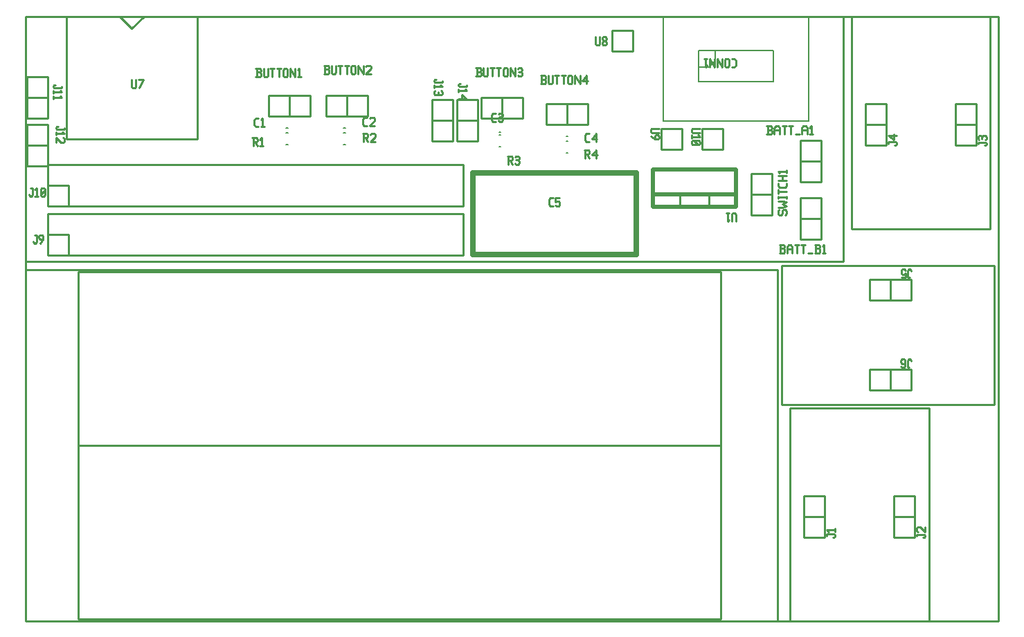
<source format=gbr>
G04 start of page 14 for group -4079 idx -4079 *
G04 Title: (unknown), topsilk *
G04 Creator: pcb 20140316 *
G04 CreationDate: Tue 28 Aug 2018 04:48:26 PM GMT UTC *
G04 For: cwispell *
G04 Format: Gerber/RS-274X *
G04 PCB-Dimensions (mil): 4685.04 2913.39 *
G04 PCB-Coordinate-Origin: lower left *
%MOIN*%
%FSLAX25Y25*%
%LNTOPSILK*%
%ADD170C,0.0250*%
%ADD169C,0.0080*%
%ADD168C,0.0200*%
%ADD167C,0.0100*%
G54D167*X368110Y102362D02*Y0D01*
X435039Y102362D02*Y0D01*
X368110Y102362D02*X435039D01*
X364173Y171260D02*Y104331D01*
X368110Y0D02*X435039D01*
X393701Y173228D02*Y291339D01*
X397638D02*Y188976D01*
X464567D01*
Y291339D02*Y188976D01*
X397638Y291339D02*X464567D01*
X364173Y104331D02*X466535D01*
Y171260D02*Y104331D01*
X364173Y171260D02*X466535D01*
X0Y173228D02*X393701D01*
Y291339D02*X0D01*
Y169291D02*X362205D01*
X0Y291339D02*Y173228D01*
Y0D02*Y291339D01*
Y0D02*X362205D01*
X0Y169291D02*Y0D01*
X334646Y168307D02*Y984D01*
X25591Y168307D02*X334646D01*
X25591D02*Y984D01*
X468504Y0D02*X0D01*
X362205Y169291D02*Y0D01*
X25591Y84646D02*X334646D01*
X25591Y984D02*X334646D01*
X0Y291339D02*X468504D01*
Y0D01*
X359331Y215630D02*Y195630D01*
X349331Y215630D02*X359331D01*
X349331D02*Y195630D01*
X359331D01*
X349331Y205630D02*X359331D01*
X349331D02*Y195630D01*
G54D168*X301969Y199496D02*X341969D01*
X301969Y217496D02*Y199496D01*
Y217496D02*X341969D01*
Y199496D01*
X301969D02*X341969D01*
X301969Y205496D02*Y199496D01*
Y205496D02*X341969D01*
Y199496D01*
G54D167*X328969Y205496D02*Y199496D01*
X314969Y205496D02*Y199496D01*
G54D169*X260434Y233465D02*X261220D01*
X260434Y238975D02*X261220D01*
X260434Y225591D02*X261220D01*
X260434Y231101D02*X261220D01*
G54D167*X250906Y239094D02*X270906D01*
Y249094D02*Y239094D01*
X250906Y249094D02*X270906D01*
X250906D02*Y239094D01*
X260906Y249094D02*Y239094D01*
X250906Y249094D02*X260906D01*
X382953Y231535D02*Y211535D01*
X372953Y231535D02*X382953D01*
X372953D02*Y211535D01*
X382953D01*
X372953Y221535D02*X382953D01*
X372953D02*Y211535D01*
X457756Y249094D02*Y229094D01*
X447756Y249094D02*X457756D01*
X447756D02*Y229094D01*
X457756D01*
X447756Y239094D02*X457756D01*
X447756D02*Y229094D01*
X414449Y249252D02*Y229252D01*
X404449Y249252D02*X414449D01*
X404449D02*Y229252D01*
X414449D01*
X404449Y239252D02*X414449D01*
X404449D02*Y229252D01*
X282402Y284528D02*Y274528D01*
X292402D01*
Y284528D01*
X282402D01*
Y274528D02*X292402D01*
Y284528D01*
X325709Y237283D02*Y227283D01*
X335709D01*
Y237283D01*
X325709D01*
Y227283D02*X335709D01*
Y237283D01*
X306024D02*Y227283D01*
X316024D01*
Y237283D01*
X306024D01*
Y227283D02*X316024D01*
Y237283D01*
G54D169*X323946Y259939D02*X359946D01*
X323946Y274939D02*Y259939D01*
Y274939D02*X359946D01*
Y259939D01*
X331946Y274939D02*Y269939D01*
X328946Y266939D01*
X323946D02*X328946D01*
X306946Y290939D02*X376946D01*
X306946D02*Y240939D01*
X376946D01*
Y290939D02*Y240939D01*
G54D170*X215276Y215906D02*Y176535D01*
Y215906D02*X294016D01*
Y176535D01*
X215276D01*
G54D169*X227953Y240944D02*X228739D01*
X227953Y235434D02*X228739D01*
X227953Y234054D02*X228739D01*
X227953Y228544D02*X228739D01*
G54D167*X219409Y252047D02*X239409D01*
X219409D02*Y242047D01*
X239409D01*
Y252047D02*Y242047D01*
X229409Y252047D02*Y242047D01*
X239409D01*
X195787Y251063D02*Y231063D01*
X205787D01*
Y251063D01*
X195787D01*
Y241063D02*X205787D01*
Y251063D01*
X207598D02*Y231063D01*
X217598D01*
Y251063D01*
X207598D01*
Y241063D02*X217598D01*
Y251063D01*
G54D169*X153150Y237402D02*X153936D01*
X153150Y242912D02*X153936D01*
X125591D02*X126377D01*
X125591Y237402D02*X126377D01*
X153150Y229528D02*X153936D01*
X153150Y235038D02*X153936D01*
X125591D02*X126377D01*
X125591Y229528D02*X126377D01*
G54D167*X906Y239252D02*Y219252D01*
X10906D01*
Y239252D01*
X906D01*
Y229252D02*X10906D01*
Y239252D01*
X10748Y199724D02*X210748D01*
Y219724D02*Y199724D01*
X10748Y219724D02*X210748D01*
X10748D02*Y199724D01*
X20748Y209724D02*Y199724D01*
X10748Y209724D02*X20748D01*
X10748Y176102D02*X210748D01*
Y196102D02*Y176102D01*
X10748Y196102D02*X210748D01*
X10748D02*Y176102D01*
X20748Y186102D02*Y176102D01*
X10748Y186102D02*X20748D01*
X144606Y243031D02*X164606D01*
Y253031D02*Y243031D01*
X144606Y253031D02*X164606D01*
X144606D02*Y243031D01*
X154606Y253031D02*Y243031D01*
X144606Y253031D02*X154606D01*
X19685Y291339D02*Y232283D01*
X82677D01*
Y291339D01*
X19685D01*
X51181Y285433D02*X57087Y291339D01*
X51181Y285433D02*X45276Y291339D01*
X117047Y253031D02*X137047D01*
X117047D02*Y243031D01*
X137047D01*
Y253031D02*Y243031D01*
X127047Y253031D02*Y243031D01*
X137047D01*
X906Y262047D02*Y242047D01*
X10906D01*
Y262047D01*
X906D01*
Y252047D02*X10906D01*
Y262047D01*
X382953Y203976D02*Y183976D01*
X372953Y203976D02*X382953D01*
X372953D02*Y183976D01*
X382953D01*
X372953Y193976D02*X382953D01*
X372953D02*Y183976D01*
X406417Y164449D02*X426417D01*
X406417D02*Y154449D01*
X426417D01*
Y164449D02*Y154449D01*
X416417Y164449D02*Y154449D01*
X426417D01*
X406260Y121142D02*X426260D01*
X406260D02*Y111142D01*
X426260D01*
Y121142D02*Y111142D01*
X416260Y121142D02*Y111142D01*
X426260D01*
X428228Y60118D02*Y40118D01*
X418228Y60118D02*X428228D01*
X418228D02*Y40118D01*
X428228D01*
X418228Y50118D02*X428228D01*
X418228D02*Y40118D01*
X384921Y60276D02*Y40276D01*
X374921Y60276D02*X384921D01*
X374921D02*Y40276D01*
X384921D01*
X374921Y50276D02*X384921D01*
X374921D02*Y40276D01*
X252669Y199724D02*X253969D01*
X251969Y200424D02*X252669Y199724D01*
X251969Y203024D02*Y200424D01*
Y203024D02*X252669Y203724D01*
X253969D01*
X255169D02*X257169D01*
X255169D02*Y201724D01*
X255669Y202224D01*
X256669D01*
X257169Y201724D01*
Y200224D01*
X256669Y199724D02*X257169Y200224D01*
X255669Y199724D02*X256669D01*
X255169Y200224D02*X255669Y199724D01*
X270107Y230748D02*X271407D01*
X269407Y231448D02*X270107Y230748D01*
X269407Y234048D02*Y231448D01*
Y234048D02*X270107Y234748D01*
X271407D01*
X272607Y232248D02*X274607Y234748D01*
X272607Y232248D02*X275107D01*
X274607Y234748D02*Y230748D01*
X269092Y226874D02*X271092D01*
X271592Y226374D01*
Y225374D01*
X271092Y224874D02*X271592Y225374D01*
X269592Y224874D02*X271092D01*
X269592Y226874D02*Y222874D01*
X270392Y224874D02*X271592Y222874D01*
X272792Y224374D02*X274792Y226874D01*
X272792Y224374D02*X275292D01*
X274792Y226874D02*Y222874D01*
X247953Y258701D02*X249953D01*
X250453Y259201D01*
Y260401D02*Y259201D01*
X249953Y260901D02*X250453Y260401D01*
X248453Y260901D02*X249953D01*
X248453Y262701D02*Y258701D01*
X247953Y262701D02*X249953D01*
X250453Y262201D01*
Y261401D01*
X249953Y260901D02*X250453Y261401D01*
X251653Y262701D02*Y259201D01*
X252153Y258701D01*
X253153D01*
X253653Y259201D01*
Y262701D02*Y259201D01*
X254853Y262701D02*X256853D01*
X255853D02*Y258701D01*
X258053Y262701D02*X260053D01*
X259053D02*Y258701D01*
X261253Y262201D02*Y259201D01*
Y262201D02*X261753Y262701D01*
X262753D01*
X263253Y262201D01*
Y259201D01*
X262753Y258701D02*X263253Y259201D01*
X261753Y258701D02*X262753D01*
X261253Y259201D02*X261753Y258701D01*
X264453Y262701D02*Y258701D01*
Y262701D02*X266953Y258701D01*
Y262701D02*Y258701D01*
X268153Y260201D02*X270153Y262701D01*
X268153Y260201D02*X270653D01*
X270153Y262701D02*Y258701D01*
X225109Y240591D02*X226409D01*
X224409Y241291D02*X225109Y240591D01*
X224409Y243891D02*Y241291D01*
Y243891D02*X225109Y244591D01*
X226409D01*
X227609Y244091D02*X228109Y244591D01*
X229109D01*
X229609Y244091D01*
X229109Y240591D02*X229609Y241091D01*
X228109Y240591D02*X229109D01*
X227609Y241091D02*X228109Y240591D01*
Y242791D02*X229109D01*
X229609Y244091D02*Y243291D01*
Y242291D02*Y241091D01*
Y242291D02*X229109Y242791D01*
X229609Y243291D02*X229109Y242791D01*
X231968Y223922D02*X233968D01*
X234468Y223422D01*
Y222422D01*
X233968Y221922D02*X234468Y222422D01*
X232468Y221922D02*X233968D01*
X232468Y223922D02*Y219922D01*
X233268Y221922D02*X234468Y219922D01*
X235668Y223422D02*X236168Y223922D01*
X237168D01*
X237668Y223422D01*
X237168Y219922D02*X237668Y220422D01*
X236168Y219922D02*X237168D01*
X235668Y220422D02*X236168Y219922D01*
Y222122D02*X237168D01*
X237668Y223422D02*Y222622D01*
Y221622D02*Y220422D01*
Y221622D02*X237168Y222122D01*
X237668Y222622D02*X237168Y222122D01*
X362299Y197630D02*X362799Y198130D01*
X362299Y197630D02*Y196130D01*
X362799Y195630D02*X362299Y196130D01*
X362799Y195630D02*X363799D01*
X364299Y196130D01*
Y197630D02*Y196130D01*
Y197630D02*X364799Y198130D01*
X365799D01*
X366299Y197630D02*X365799Y198130D01*
X366299Y197630D02*Y196130D01*
X365799Y195630D02*X366299Y196130D01*
X362299Y199330D02*X364299D01*
X366299Y199830D01*
X364299Y200830D01*
X366299Y201830D01*
X364299Y202330D01*
X362299D02*X364299D01*
X362299Y204530D02*Y203530D01*
Y204030D02*X366299D01*
Y204530D02*Y203530D01*
X362299Y207730D02*Y205730D01*
Y206730D02*X366299D01*
Y210930D02*Y209630D01*
X365599Y208930D02*X366299Y209630D01*
X362999Y208930D02*X365599D01*
X362999D02*X362299Y209630D01*
Y210930D02*Y209630D01*
Y212130D02*X366299D01*
X362299Y214630D02*X366299D01*
X364299D02*Y212130D01*
X363099Y215830D02*X362299Y216630D01*
X366299D01*
Y217330D02*Y215830D01*
X362953Y177165D02*X364953D01*
X365453Y177665D01*
Y178865D02*Y177665D01*
X364953Y179365D02*X365453Y178865D01*
X363453Y179365D02*X364953D01*
X363453Y181165D02*Y177165D01*
X362953Y181165D02*X364953D01*
X365453Y180665D01*
Y179865D01*
X364953Y179365D02*X365453Y179865D01*
X366653Y180165D02*Y177165D01*
Y180165D02*X367353Y181165D01*
X368453D01*
X369153Y180165D01*
Y177165D01*
X366653Y179165D02*X369153D01*
X370353Y181165D02*X372353D01*
X371353D02*Y177165D01*
X373553Y181165D02*X375553D01*
X374553D02*Y177165D01*
X376753D02*X378753D01*
X379953D02*X381953D01*
X382453Y177665D01*
Y178865D02*Y177665D01*
X381953Y179365D02*X382453Y178865D01*
X380453Y179365D02*X381953D01*
X380453Y181165D02*Y177165D01*
X379953Y181165D02*X381953D01*
X382453Y180665D01*
Y179865D01*
X381953Y179365D02*X382453Y179865D01*
X383653Y180365D02*X384453Y181165D01*
Y177165D01*
X383653D02*X385153D01*
X356890Y234409D02*X358890D01*
X359390Y234909D01*
Y236109D02*Y234909D01*
X358890Y236609D02*X359390Y236109D01*
X357390Y236609D02*X358890D01*
X357390Y238409D02*Y234409D01*
X356890Y238409D02*X358890D01*
X359390Y237909D01*
Y237109D01*
X358890Y236609D02*X359390Y237109D01*
X360590Y237409D02*Y234409D01*
Y237409D02*X361290Y238409D01*
X362390D01*
X363090Y237409D01*
Y234409D01*
X360590Y236409D02*X363090D01*
X364290Y238409D02*X366290D01*
X365290D02*Y234409D01*
X367490Y238409D02*X369490D01*
X368490D02*Y234409D01*
X370690D02*X372690D01*
X373890Y237409D02*Y234409D01*
Y237409D02*X374590Y238409D01*
X375690D01*
X376390Y237409D01*
Y234409D01*
X373890Y236409D02*X376390D01*
X377590Y237609D02*X378390Y238409D01*
Y234409D01*
X377590D02*X379090D01*
X216811Y262362D02*X218811D01*
X219311Y262862D01*
Y264062D02*Y262862D01*
X218811Y264562D02*X219311Y264062D01*
X217311Y264562D02*X218811D01*
X217311Y266362D02*Y262362D01*
X216811Y266362D02*X218811D01*
X219311Y265862D01*
Y265062D01*
X218811Y264562D02*X219311Y265062D01*
X220511Y266362D02*Y262862D01*
X221011Y262362D01*
X222011D01*
X222511Y262862D01*
Y266362D02*Y262862D01*
X223711Y266362D02*X225711D01*
X224711D02*Y262362D01*
X226911Y266362D02*X228911D01*
X227911D02*Y262362D01*
X230111Y265862D02*Y262862D01*
Y265862D02*X230611Y266362D01*
X231611D01*
X232111Y265862D01*
Y262862D01*
X231611Y262362D02*X232111Y262862D01*
X230611Y262362D02*X231611D01*
X230111Y262862D02*X230611Y262362D01*
X233311Y266362D02*Y262362D01*
Y266362D02*X235811Y262362D01*
Y266362D02*Y262362D01*
X237011Y265862D02*X237511Y266362D01*
X238511D01*
X239011Y265862D01*
X238511Y262362D02*X239011Y262862D01*
X237511Y262362D02*X238511D01*
X237011Y262862D02*X237511Y262362D01*
Y264562D02*X238511D01*
X239011Y265862D02*Y265062D01*
Y264062D02*Y262862D01*
Y264062D02*X238511Y264562D01*
X239011Y265062D02*X238511Y264562D01*
X200693Y260206D02*Y259406D01*
X197193D02*X200693D01*
X196693Y259906D02*X197193Y259406D01*
X196693Y260406D02*Y259906D01*
X197193Y260906D02*X196693Y260406D01*
X197193Y260906D02*X197693D01*
X199893Y258206D02*X200693Y257406D01*
X196693D02*X200693D01*
X196693Y258206D02*Y256706D01*
X200193Y255506D02*X200693Y255006D01*
Y254006D01*
X200193Y253506D01*
X196693Y254006D02*X197193Y253506D01*
X196693Y255006D02*Y254006D01*
X197193Y255506D02*X196693Y255006D01*
X198893D02*Y254006D01*
X199393Y253506D02*X200193D01*
X197193D02*X198393D01*
X198893Y254006D01*
X199393Y253506D02*X198893Y254006D01*
X212504Y258237D02*Y257437D01*
X209004D02*X212504D01*
X208504Y257937D02*X209004Y257437D01*
X208504Y258437D02*Y257937D01*
X209004Y258937D02*X208504Y258437D01*
X209004Y258937D02*X209504D01*
X211704Y256237D02*X212504Y255437D01*
X208504D02*X212504D01*
X208504Y256237D02*Y254737D01*
X210004Y253537D02*X212504Y251537D01*
X210004Y253537D02*Y251037D01*
X208504Y251537D02*X212504D01*
X162362Y234748D02*X164362D01*
X164862Y234248D01*
Y233248D01*
X164362Y232748D02*X164862Y233248D01*
X162862Y232748D02*X164362D01*
X162862Y234748D02*Y230748D01*
X163662Y232748D02*X164862Y230748D01*
X166062Y234248D02*X166562Y234748D01*
X168062D01*
X168562Y234248D01*
Y233248D01*
X166062Y230748D02*X168562Y233248D01*
X166062Y230748D02*X168562D01*
X109094Y232780D02*X111094D01*
X111594Y232280D01*
Y231280D01*
X111094Y230780D02*X111594Y231280D01*
X109594Y230780D02*X111094D01*
X109594Y232780D02*Y228780D01*
X110394Y230780D02*X111594Y228780D01*
X112794Y231980D02*X113594Y232780D01*
Y228780D01*
X112794D02*X114294D01*
X321209Y237283D02*X324709D01*
X321209D02*X320709Y236783D01*
Y235783D01*
X321209Y235283D01*
X324709D01*
X323909Y234083D02*X324709Y233283D01*
X320709D02*X324709D01*
X320709Y234083D02*Y232583D01*
X321209Y231383D02*X320709Y230883D01*
X321209Y231383D02*X324209D01*
X324709Y230883D01*
Y229883D01*
X324209Y229383D01*
X321209D02*X324209D01*
X320709Y229883D02*X321209Y229383D01*
X320709Y230883D02*Y229883D01*
X321709Y231383D02*X323709Y229383D01*
X301524Y237283D02*X305024D01*
X301524D02*X301024Y236783D01*
Y235783D01*
X301524Y235283D01*
X305024D01*
X301024Y233583D02*X303024Y232083D01*
X304524D01*
X305024Y232583D02*X304524Y232083D01*
X305024Y233583D02*Y232583D01*
X304524Y234083D02*X305024Y233583D01*
X303524Y234083D02*X304524D01*
X303524D02*X303024Y233583D01*
Y232083D01*
X458756Y230594D02*Y229794D01*
Y230594D02*X462256D01*
X462756Y230094D02*X462256Y230594D01*
X462756Y230094D02*Y229594D01*
X462256Y229094D02*X462756Y229594D01*
X461756Y229094D02*X462256D01*
X459256Y231794D02*X458756Y232294D01*
Y233294D02*Y232294D01*
Y233294D02*X459256Y233794D01*
X462756Y233294D02*X462256Y233794D01*
X462756Y233294D02*Y232294D01*
X462256Y231794D02*X462756Y232294D01*
X460556Y233294D02*Y232294D01*
X459256Y233794D02*X460056D01*
X461056D02*X462256D01*
X461056D02*X460556Y233294D01*
X460056Y233794D02*X460556Y233294D01*
X415449Y230752D02*Y229952D01*
Y230752D02*X418949D01*
X419449Y230252D02*X418949Y230752D01*
X419449Y230252D02*Y229752D01*
X418949Y229252D02*X419449Y229752D01*
X418449Y229252D02*X418949D01*
X417949Y231952D02*X415449Y233952D01*
X417949Y234452D02*Y231952D01*
X415449Y233952D02*X419449D01*
X274528Y281402D02*Y277902D01*
X275028Y277402D01*
X276028D01*
X276528Y277902D01*
Y281402D02*Y277902D01*
X277728D02*X278228Y277402D01*
X277728Y278702D02*Y277902D01*
Y278702D02*X278428Y279402D01*
X279028D01*
X279728Y278702D01*
Y277902D01*
X279228Y277402D02*X279728Y277902D01*
X278228Y277402D02*X279228D01*
X277728Y280102D02*X278428Y279402D01*
X277728Y280902D02*Y280102D01*
Y280902D02*X278228Y281402D01*
X279228D01*
X279728Y280902D01*
Y280102D01*
X279028Y279402D02*X279728Y280102D01*
X339946Y270939D02*X341246D01*
X341946Y270239D02*X341246Y270939D01*
X341946Y270239D02*Y267639D01*
X341246Y266939D01*
X339946D02*X341246D01*
X338746Y270439D02*Y267439D01*
X338246Y266939D01*
X337246D02*X338246D01*
X337246D02*X336746Y267439D01*
Y270439D02*Y267439D01*
X337246Y270939D02*X336746Y270439D01*
X337246Y270939D02*X338246D01*
X338746Y270439D02*X338246Y270939D01*
X335546D02*Y266939D01*
X333046Y270939D01*
Y266939D01*
X331846Y270939D02*Y266939D01*
X329346Y270939D01*
Y266939D01*
X328146Y267739D02*X327346Y266939D01*
Y270939D02*Y266939D01*
X326646Y270939D02*X328146D01*
X341969Y195996D02*Y192496D01*
Y195996D02*X341469Y196496D01*
X340469D02*X341469D01*
X340469D02*X339969Y195996D01*
Y192496D01*
X338768Y193296D02*X337968Y192496D01*
Y196496D02*Y192496D01*
X337268Y196496D02*X338768D01*
X424917Y165449D02*X425717D01*
X424917Y168949D02*Y165449D01*
X425417Y169449D02*X424917Y168949D01*
X425417Y169449D02*X425917D01*
X426417Y168949D02*X425917Y169449D01*
X426417Y168949D02*Y168449D01*
X421717Y165449D02*X423717D01*
Y167449D02*Y165449D01*
Y167449D02*X423217Y166949D01*
X422217D02*X423217D01*
X422217D02*X421717Y167449D01*
Y168949D02*Y167449D01*
X422217Y169449D02*X421717Y168949D01*
X422217Y169449D02*X423217D01*
X423717Y168949D02*X423217Y169449D01*
X163139Y238622D02*X164439D01*
X162439Y239322D02*X163139Y238622D01*
X162439Y241922D02*Y239322D01*
Y241922D02*X163139Y242622D01*
X164439D01*
X165639Y242122D02*X166139Y242622D01*
X167639D01*
X168139Y242122D01*
Y241122D01*
X165639Y238622D02*X168139Y241122D01*
X165639Y238622D02*X168139D01*
X110935Y238307D02*X112235D01*
X110235Y239007D02*X110935Y238307D01*
X110235Y241607D02*Y239007D01*
Y241607D02*X110935Y242307D01*
X112235D01*
X113435Y241507D02*X114235Y242307D01*
Y238307D01*
X113435D02*X114935D01*
X2590Y208567D02*X3390D01*
Y205067D01*
X2890Y204567D02*X3390Y205067D01*
X2390Y204567D02*X2890D01*
X1890Y205067D02*X2390Y204567D01*
X1890Y205567D02*Y205067D01*
X4590Y207767D02*X5390Y208567D01*
Y204567D01*
X4590D02*X6090D01*
X7290Y205067D02*X7790Y204567D01*
X7290Y208067D02*Y205067D01*
Y208067D02*X7790Y208567D01*
X8790D01*
X9290Y208067D01*
Y205067D01*
X8790Y204567D02*X9290Y205067D01*
X7790Y204567D02*X8790D01*
X7290Y205567D02*X9290Y207567D01*
X4558Y185929D02*X5358D01*
Y182429D01*
X4858Y181929D02*X5358Y182429D01*
X4358Y181929D02*X4858D01*
X3858Y182429D02*X4358Y181929D01*
X3858Y182929D02*Y182429D01*
X7058Y181929D02*X8558Y183929D01*
Y185429D02*Y183929D01*
X8058Y185929D02*X8558Y185429D01*
X7058Y185929D02*X8058D01*
X6558Y185429D02*X7058Y185929D01*
X6558Y185429D02*Y184429D01*
X7058Y183929D01*
X8558D01*
X18606Y237568D02*Y236768D01*
X15106D02*X18606D01*
X14606Y237268D02*X15106Y236768D01*
X14606Y237768D02*Y237268D01*
X15106Y238268D02*X14606Y237768D01*
X15106Y238268D02*X15606D01*
X17806Y235568D02*X18606Y234768D01*
X14606D02*X18606D01*
X14606Y235568D02*Y234068D01*
X18106Y232868D02*X18606Y232368D01*
Y230868D01*
X18106Y230368D01*
X17106D02*X18106D01*
X14606Y232868D02*X17106Y230368D01*
X14606Y232868D02*Y230368D01*
X143622Y263622D02*X145622D01*
X146122Y264122D01*
Y265322D02*Y264122D01*
X145622Y265822D02*X146122Y265322D01*
X144122Y265822D02*X145622D01*
X144122Y267622D02*Y263622D01*
X143622Y267622D02*X145622D01*
X146122Y267122D01*
Y266322D01*
X145622Y265822D02*X146122Y266322D01*
X147322Y267622D02*Y264122D01*
X147822Y263622D01*
X148822D01*
X149322Y264122D01*
Y267622D02*Y264122D01*
X150522Y267622D02*X152522D01*
X151522D02*Y263622D01*
X153722Y267622D02*X155722D01*
X154722D02*Y263622D01*
X156922Y267122D02*Y264122D01*
Y267122D02*X157422Y267622D01*
X158422D01*
X158922Y267122D01*
Y264122D01*
X158422Y263622D02*X158922Y264122D01*
X157422Y263622D02*X158422D01*
X156922Y264122D02*X157422Y263622D01*
X160122Y267622D02*Y263622D01*
Y267622D02*X162622Y263622D01*
Y267622D02*Y263622D01*
X163822Y267122D02*X164322Y267622D01*
X165822D01*
X166322Y267122D01*
Y266122D01*
X163822Y263622D02*X166322Y266122D01*
X163822Y263622D02*X166322D01*
X51181Y260811D02*Y257311D01*
X51681Y256811D01*
X52681D01*
X53181Y257311D01*
Y260811D02*Y257311D01*
X54881Y256811D02*X56881Y260811D01*
X54381D02*X56881D01*
X110906Y262165D02*X112906D01*
X113406Y262665D01*
Y263865D02*Y262665D01*
X112906Y264365D02*X113406Y263865D01*
X111406Y264365D02*X112906D01*
X111406Y266165D02*Y262165D01*
X110906Y266165D02*X112906D01*
X113406Y265665D01*
Y264865D01*
X112906Y264365D02*X113406Y264865D01*
X114606Y266165D02*Y262665D01*
X115106Y262165D01*
X116106D01*
X116606Y262665D01*
Y266165D02*Y262665D01*
X117806Y266165D02*X119806D01*
X118806D02*Y262165D01*
X121006Y266165D02*X123006D01*
X122006D02*Y262165D01*
X124206Y265665D02*Y262665D01*
Y265665D02*X124706Y266165D01*
X125706D01*
X126206Y265665D01*
Y262665D01*
X125706Y262165D02*X126206Y262665D01*
X124706Y262165D02*X125706D01*
X124206Y262665D02*X124706Y262165D01*
X127406Y266165D02*Y262165D01*
Y266165D02*X129906Y262165D01*
Y266165D02*Y262165D01*
X131106Y265365D02*X131906Y266165D01*
Y262165D01*
X131106D02*X132606D01*
X17426Y257607D02*Y256807D01*
X13926D02*X17426D01*
X13426Y257307D02*X13926Y256807D01*
X13426Y257807D02*Y257307D01*
X13926Y258307D02*X13426Y257807D01*
X13926Y258307D02*X14426D01*
X16626Y255607D02*X17426Y254807D01*
X13426D02*X17426D01*
X13426Y255607D02*Y254107D01*
X16626Y252907D02*X17426Y252107D01*
X13426D02*X17426D01*
X13426Y252907D02*Y251407D01*
X429228Y41618D02*Y40818D01*
Y41618D02*X432728D01*
X433228Y41118D02*X432728Y41618D01*
X433228Y41118D02*Y40618D01*
X432728Y40118D02*X433228Y40618D01*
X432228Y40118D02*X432728D01*
X429728Y42818D02*X429228Y43318D01*
Y44818D02*Y43318D01*
Y44818D02*X429728Y45318D01*
X430728D01*
X433228Y42818D02*X430728Y45318D01*
X433228D02*Y42818D01*
X385921Y41776D02*Y40976D01*
Y41776D02*X389421D01*
X389921Y41276D02*X389421Y41776D01*
X389921Y41276D02*Y40776D01*
X389421Y40276D02*X389921Y40776D01*
X388921Y40276D02*X389421D01*
X386721Y42976D02*X385921Y43776D01*
X389921D01*
Y44476D02*Y42976D01*
X424760Y122142D02*X425560D01*
X424760Y125642D02*Y122142D01*
X425260Y126142D02*X424760Y125642D01*
X425260Y126142D02*X425760D01*
X426260Y125642D02*X425760Y126142D01*
X426260Y125642D02*Y125142D01*
X422060Y122142D02*X421560Y122642D01*
X422060Y122142D02*X423060D01*
X423560Y122642D02*X423060Y122142D01*
X423560Y125642D02*Y122642D01*
Y125642D02*X423060Y126142D01*
X422060Y123942D02*X421560Y124442D01*
X422060Y123942D02*X423560D01*
X422060Y126142D02*X423060D01*
X422060D02*X421560Y125642D01*
Y124442D01*
M02*

</source>
